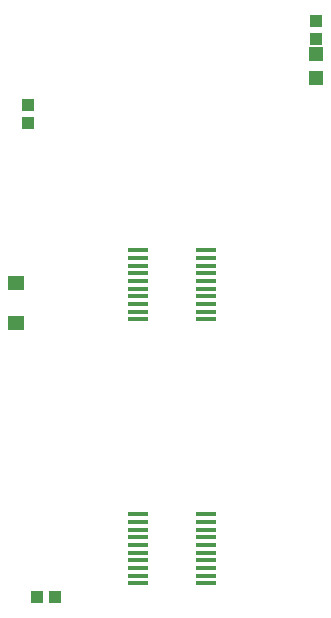
<source format=gbp>
G04 #@! TF.GenerationSoftware,KiCad,Pcbnew,8.0.4*
G04 #@! TF.CreationDate,2024-09-05T13:45:58-03:00*
G04 #@! TF.ProjectId,MSX_Goauld_Rev4,4d53585f-476f-4617-956c-645f52657634,rev?*
G04 #@! TF.SameCoordinates,Original*
G04 #@! TF.FileFunction,Paste,Bot*
G04 #@! TF.FilePolarity,Positive*
%FSLAX46Y46*%
G04 Gerber Fmt 4.6, Leading zero omitted, Abs format (unit mm)*
G04 Created by KiCad (PCBNEW 8.0.4) date 2024-09-05 13:45:58*
%MOMM*%
%LPD*%
G01*
G04 APERTURE LIST*
%ADD10R,1.400000X1.200000*%
%ADD11R,1.100000X1.100000*%
%ADD12O,1.740000X0.360000*%
%ADD13R,1.192000X1.167000*%
G04 APERTURE END LIST*
D10*
X154940000Y-103086000D03*
X154940000Y-99686000D03*
D11*
X155956000Y-86106000D03*
X155956000Y-84582000D03*
D12*
X171018000Y-96892000D03*
X171018000Y-97542000D03*
X171018000Y-98192000D03*
X171018000Y-98842000D03*
X171018000Y-99502000D03*
X171018000Y-100152000D03*
X171018000Y-100802000D03*
X171018000Y-101452000D03*
X171018000Y-102102000D03*
X171018000Y-102752000D03*
X165278000Y-102752000D03*
X165278000Y-102102000D03*
X165278000Y-101452000D03*
X165278000Y-100802000D03*
X165278000Y-100152000D03*
X165278000Y-99502000D03*
X165278000Y-98842000D03*
X165278000Y-98192000D03*
X165278000Y-97542000D03*
X165278000Y-96892000D03*
X165278000Y-125104000D03*
X165278000Y-124454000D03*
X165278000Y-123804000D03*
X165278000Y-123154000D03*
X165278000Y-122494000D03*
X165278000Y-121844000D03*
X165278000Y-121194000D03*
X165278000Y-120544000D03*
X165278000Y-119894000D03*
X165278000Y-119244000D03*
X171018000Y-119244000D03*
X171018000Y-119894000D03*
X171018000Y-120544000D03*
X171018000Y-121194000D03*
X171018000Y-121844000D03*
X171018000Y-122494000D03*
X171018000Y-123154000D03*
X171018000Y-123804000D03*
X171018000Y-124454000D03*
X171018000Y-125104000D03*
D11*
X158242000Y-126238000D03*
X156718000Y-126238000D03*
X180340000Y-78994000D03*
X180340000Y-77470000D03*
D13*
X180340000Y-80264000D03*
X180340000Y-82296000D03*
M02*

</source>
